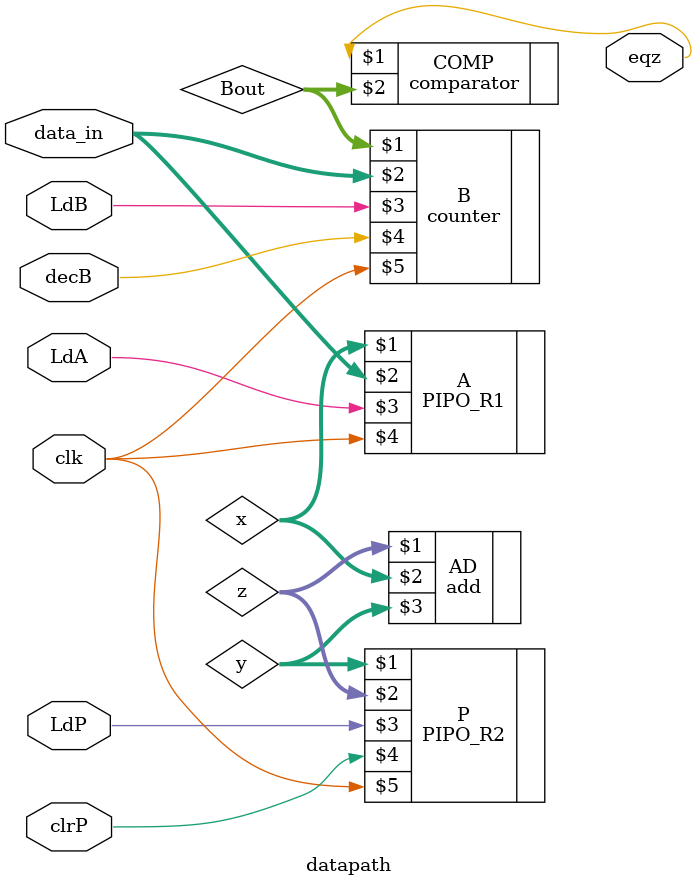
<source format=v>
module datapath (eqz, LdA, LdB, LdP, clrP, decB, data_in, clk);
	input LdA, LdB, LdP, clrP, decB, clk;
	input [15:0] data_in;
	output eqz;
	wire [15:0] x, y, z, Bout, Bus;

	PIPO_R1 A (x, data_in, LdA, clk);
	PIPO_R2 P (y, z, LdP, clrP, clk);
	counter B (Bout, data_in, LdB, decB, clk);
	add AD (z, x, y);
	comparator COMP (eqz, Bout);
endmodule

</source>
